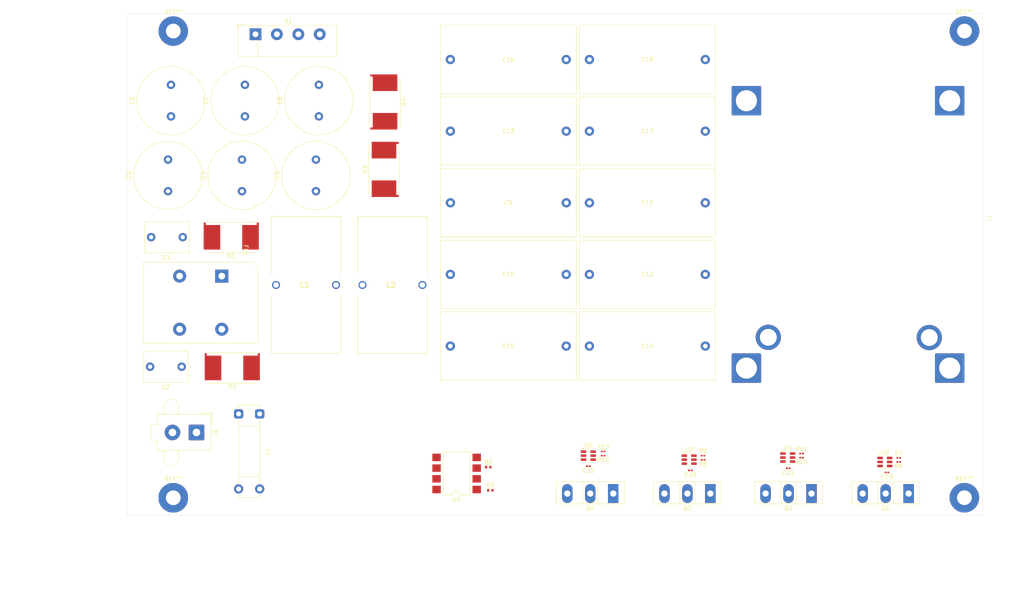
<source format=kicad_pcb>
(kicad_pcb (version 20240108) (generator "pcbnew") (generator_version "8.0")
  (layers (0 "F.Cu" signal) (31 "B.Cu" signal) (34 "B.Paste" user) (35 "F.Paste" user) (36 "B.SilkS" user "B.Silkscreen") (37 "F.SilkS" user "F.Silkscreen") (38 "B.Mask" user) (39 "F.Mask" user) (44 "Edge.Cuts" user))
  (net 0 "")
  (net 1 "Live")
  (net 2 "LINE")
  (net 3 "Neutral")
  (net 4 "NEUTRAL")
  (net 5 "Net-(C2-Pad1)")
  (net 6 "Net-(C2-Pad2)")
  (net 7 "/AnnealerOutput/HVDC")
  (net 8 "/AnnealerOutput/Driver2_Ref")
  (net 9 "/AnnealerOutput/Driver1_Ref")
  (net 10 "GND")
  (net 12 "Net-(R5-Pad2)")
  (net 16 "Net-(R2-Pad2)")
  (net 25 "Net-(U2-VDD)")
  (net 26 "Net-(U3-VDD)")
  (net 27 "Net-(U4-VDD)")
  (net 28 "Net-(U5-VDD)")
  (net 29 "Net-(U2-OUT_SRC)")
  (net 30 "Net-(U2-OUT_SNK)")
  (net 31 "Net-(U3-OUT_SRC)")
  (net 32 "Net-(U3-OUT_SNK)")
  (net 33 "Net-(U4-OUT_SRC)")
  (net 34 "Net-(U4-OUT_SNK)")
  (net 35 "Net-(U5-OUT_SRC)")
  (net 36 "Net-(U5-OUT_SNK)")
  (net 37 "/AnnealerOutput/Driver_1-2")
  (net 38 "/AnnealerOutput/Driver_2-1")
  (net 39 "/AnnealerOutput/Driver_1-1")
  (net 40 "/AnnealerOutput/Driver_2-2")
  (net 41 "/Transformer_Driver/Driver2-2")
  (footprint "Capacitor_SMD:C_0201_0603Metric" (layer "F.Cu") (at 139.5 110.5 180)
    (property "Reference" "C22" (at 0 -1.05 0) (layer "F.SilkS"))
    (property "Value" "C")
    (pad "1" smd roundrect (at -0.32 0 180) (size 0.46 0.4) (layers "F.Cu" "F.Mask") (net 28 "Net-(U5-VDD)"))
    (pad "2" smd roundrect (at 0.32 0 180) (size 0.46 0.4) (layers "F.Cu" "F.Mask") (net 10 "GND"))
  )
  (footprint "Package_TO_SOT_SMD:SOT-23-6" (layer "F.Cu") (at 209.8625 109.5)
    (property "Reference" "U2" (at 0 -2.4 0) (layer "F.SilkS"))
    (property "Value" "1EDN7550B")
    (pad "1" smd roundrect (at -1.1375 -0.95) (size 1.325 0.6) (layers "F.Cu" "F.Paste" "F.Mask"))
    (pad "2" smd roundrect (at -1.1375 0) (size 1.325 0.6) (layers "F.Cu" "F.Paste" "F.Mask") (net 10 "GND"))
    (pad "3" smd roundrect (at -1.1375 0.95) (size 1.325 0.6) (layers "F.Cu" "F.Paste" "F.Mask"))
    (pad "4" smd roundrect (at 1.1375 0.95) (size 1.325 0.6) (layers "F.Cu" "F.Paste" "F.Mask") (net 25 "Net-(U2-VDD)"))
    (pad "5" smd roundrect (at 1.1375 0) (size 1.325 0.6) (layers "F.Cu" "F.Paste" "F.Mask") (net 29 "Net-(U2-OUT_SRC)"))
    (pad "6" smd roundrect (at 1.1375 -0.95) (size 1.325 0.6) (layers "F.Cu" "F.Paste" "F.Mask") (net 30 "Net-(U2-OUT_SNK)"))
  )
  (footprint "Resistor_SMD:R_0201_0603Metric" (layer "F.Cu") (at 166.705 108)
    (property "Reference" "R9" (at 0 -1.05 0) (layer "F.SilkS"))
    (property "Value" "R")
    (pad "1" smd roundrect (at -0.32 0) (size 0.46 0.4) (layers "F.Cu" "F.Mask") (net 32 "Net-(U3-OUT_SNK)"))
    (pad "2" smd roundrect (at 0.32 0) (size 0.46 0.4) (layers "F.Cu" "F.Mask") (net 38 "/AnnealerOutput/Driver_2-1"))
  )
  (footprint "Mouser:2318VRC" (layer "F.Cu") (at 93 67.5)
    (property "Reference" "L2" (at -0.329 0 0) (layer "F.SilkS") (effects (font (size 1.27 1.27) (thickness 0.254))))
    (property "Value" "L_Ferrite" (hide yes))
    (pad "1" thru_hole circle (at -7.112 0) (size 1.9 1.9) (drill 1.267) (layers "*.Cu" "*.Mask") (net 7 "/AnnealerOutput/HVDC"))
    (pad "2" thru_hole circle (at 7.112 0) (size 1.9 1.9) (drill 1.267) (layers "*.Cu" "*.Mask") (net 8 "/AnnealerOutput/Driver2_Ref"))
  )
  (footprint "Resistor_SMD:R_0201_0603Metric" (layer "F.Cu") (at 143 107)
    (property "Reference" "R13" (at 0 -1.05 0) (layer "F.SilkS"))
    (property "Value" "R")
    (pad "1" smd roundrect (at -0.32 0) (size 0.46 0.4) (layers "F.Cu" "F.Mask") (net 36 "Net-(U5-OUT_SNK)"))
    (pad "2" smd roundrect (at 0.32 0) (size 0.46 0.4) (layers "F.Cu" "F.Mask") (net 41 "/Transformer_Driver/Driver2-2"))
  )
  (footprint "Capacitor_THT:C_Rect_L32.0mm_W16.0mm_P27.50mm" (layer "F.Cu") (at 107 31)
    (property "Reference" "C13" (at 13.5 0 0) (layer "F.SilkS"))
    (property "Value" "C")
    (pad "1" thru_hole circle (at -0.25 0) (size 2.2 2.2) (drill 1.1) (layers "*.Cu" "*.Mask") (net 9 "/AnnealerOutput/Driver1_Ref"))
    (pad "2" thru_hole circle (at 27.25 0) (size 2.2 2.2) (drill 1.1) (layers "*.Cu" "*.Mask") (net 8 "/AnnealerOutput/Driver2_Ref"))
  )
  (footprint "Package_TO_SOT_SMD:SOT-23-6" (layer "F.Cu") (at 163.4125 108.95)
    (property "Reference" "U3" (at 0 -2.4 0) (layer "F.SilkS"))
    (property "Value" "1EDN7550B")
    (pad "1" smd roundrect (at -1.1375 -0.95) (size 1.325 0.6) (layers "F.Cu" "F.Paste" "F.Mask"))
    (pad "2" smd roundrect (at -1.1375 0) (size 1.325 0.6) (layers "F.Cu" "F.Paste" "F.Mask") (net 10 "GND"))
    (pad "3" smd roundrect (at -1.1375 0.95) (size 1.325 0.6) (layers "F.Cu" "F.Paste" "F.Mask"))
    (pad "4" smd roundrect (at 1.1375 0.95) (size 1.325 0.6) (layers "F.Cu" "F.Paste" "F.Mask") (net 26 "Net-(U3-VDD)"))
    (pad "5" smd roundrect (at 1.1375 0) (size 1.325 0.6) (layers "F.Cu" "F.Paste" "F.Mask") (net 31 "Net-(U3-OUT_SRC)"))
    (pad "6" smd roundrect (at 1.1375 -0.95) (size 1.325 0.6) (layers "F.Cu" "F.Paste" "F.Mask") (net 32 "Net-(U3-OUT_SNK)"))
  )
  (footprint "" (layer "F.Cu") (at 41 118)
    (property "Reference" "" (at 0 0 0) (layer "F.SilkS") (effects (font (size 1.27 1.27))))
    (property "Value" "")
    (pad "1" connect circle (at 0 0) (size 7 7) (layers "F.Cu" "F.Mask"))
  )
  (footprint "MountingHole:MountingHole_3.5mm_Pad_TopBottom" (layer "F.Cu") (at 41 7.25)
    (property "Reference" "REF**" (at 0 -4.5 0) (layer "F.SilkS"))
    (property "Value" "MountingHole_3.5mm_Pad_TopBottom")
    (pad "1" thru_hole circle (at 0 0) (size 3.9 3.9) (drill 3.5) (layers "*.Cu" "*.Mask"))
    (pad "1" connect circle (at 0 0) (size 7 7) (layers "F.Cu" "F.Mask"))
    (pad "1" connect circle (at 0 0) (size 7 7) (layers "B.Cu" "B.Mask"))
  )
  (footprint "Capacitor_SMD:C_0201_0603Metric" (layer "F.Cu") (at 210.345 112 180)
    (property "Reference" "C19" (at 0 -1.05 0) (layer "F.SilkS"))
    (property "Value" "C")
    (pad "1" smd roundrect (at -0.32 0 180) (size 0.46 0.4) (layers "F.Cu" "F.Mask") (net 25 "Net-(U2-VDD)"))
    (pad "2" smd roundrect (at 0.32 0 180) (size 0.46 0.4) (layers "F.Cu" "F.Mask") (net 10 "GND"))
  )
  (footprint "Package_TO_SOT_THT:TO-247-3_Vertical" (layer "F.Cu") (at 192.45 117 180)
    (property "Reference" "Q3" (at 5.45 -3.45 0) (layer "F.SilkS"))
    (property "Value" "Q_NMOS_DGS")
    (pad "1" thru_hole rect (at 0 0 180) (size 2.5 4.5) (drill 1.5) (layers "*.Cu" "*.Mask") (net 9 "/AnnealerOutput/Driver1_Ref"))
    (pad "2" thru_hole oval (at 5.45 0 180) (size 2.5 4.5) (drill 1.5) (layers "*.Cu" "*.Mask") (net 39 "/AnnealerOutput/Driver_1-1"))
    (pad "3" thru_hole oval (at 10.9 0 180) (size 2.5 4.5) (drill 1.5) (layers "*.Cu" "*.Mask") (net 10 "GND"))
  )
  (footprint "Resistor_SMD:R_Shunt_Vishay_WSR2_WSR3_KelvinConnection" (layer "F.Cu") (at 91.29 40.075 90)
    (property "Reference" "R3" (at 0 -4.7 90) (layer "F.SilkS"))
    (property "Value" "220K")
    (pad "1" smd rect (at -6.29 2.91 90) (size 0.51 0.6) (layers "F.Cu" "F.Paste" "F.Mask") (net 7 "/AnnealerOutput/HVDC"))
    (pad "1" smd rect (at -4.575 -0.29 90) (size 3.94 5.84) (layers "F.Cu" "F.Paste" "F.Mask") (net 7 "/AnnealerOutput/HVDC"))
    (pad "2" smd rect (at 4.575 -0.29 90) (size 3.94 5.84) (layers "F.Cu" "F.Paste" "F.Mask") (net 10 "GND"))
    (pad "2" smd rect (at 6.29 2.91 90) (size 0.51 0.6) (layers "F.Cu" "F.Paste" "F.Mask") (net 10 "GND"))
  )
  (footprint "Capacitor_THT:C_Rect_L32.0mm_W16.0mm_P27.50mm" (layer "F.Cu") (at 107 14)
    (property "Reference" "C16" (at 13.5 0 0) (layer "F.SilkS"))
    (property "Value" "C")
    (pad "1" thru_hole circle (at -0.25 0) (size 2.2 2.2) (drill 1.1) (layers "*.Cu" "*.Mask") (net 9 "/AnnealerOutput/Driver1_Ref"))
    (pad "2" thru_hole circle (at 27.25 0) (size 2.2 2.2) (drill 1.1) (layers "*.Cu" "*.Mask") (net 8 "/AnnealerOutput/Driver2_Ref"))
  )
  (footprint "Capacitor_THT:C_Rect_L32.0mm_W16.0mm_P27.50mm" (layer "F.Cu") (at 107.01 48)
    (property "Reference" "C9" (at 13.5 0 0) (layer "F.SilkS"))
    (property "Value" "C")
    (pad "1" thru_hole circle (at -0.25 0) (size 2.2 2.2) (drill 1.1) (layers "*.Cu" "*.Mask") (net 9 "/AnnealerOutput/Driver1_Ref"))
    (pad "2" thru_hole circle (at 27.25 0) (size 2.2 2.2) (drill 1.1) (layers "*.Cu" "*.Mask") (net 8 "/AnnealerOutput/Driver2_Ref"))
  )
  (footprint "" (layer "F.Cu") (at 228.727 117.983)
    (property "Reference" "" (at 0 0 0) (layer "F.SilkS") (effects (font (size 1.27 1.27))))
    (property "Value" "")
    (pad "1" connect circle (at 0 0) (size 7 7) (layers "F.Cu" "F.Mask"))
  )
  (footprint "" (layer "F.Cu") (at 41 118)
    (property "Reference" "" (at 0 0 0) (layer "F.SilkS") (effects (font (size 1.27 1.27))))
    (property "Value" "")
    (pad "1" connect circle (at 0 0) (size 7 7) (layers "F.Cu" "F.Mask"))
  )
  (footprint "Resistor_SMD:R_0201_0603Metric" (layer "F.Cu") (at 166.705 109)
    (property "Reference" "R8" (at 0 1 0) (layer "F.SilkS"))
    (property "Value" "R")
    (pad "1" smd roundrect (at -0.32 0) (size 0.46 0.4) (layers "F.Cu" "F.Mask") (net 31 "Net-(U3-OUT_SRC)"))
    (pad "2" smd roundrect (at 0.32 0) (size 0.46 0.4) (layers "F.Cu" "F.Mask") (net 38 "/AnnealerOutput/Driver_2-1"))
  )
  (footprint "Package_TO_SOT_THT:TO-247-3_Vertical" (layer "F.Cu") (at 215.5 117 180)
    (property "Reference" "Q1" (at 5.45 -3.45 0) (layer "F.SilkS"))
    (property "Value" "Q_NMOS_DGS")
    (pad "1" thru_hole rect (at 0 0 180) (size 2.5 4.5) (drill 1.5) (layers "*.Cu" "*.Mask") (net 9 "/AnnealerOutput/Driver1_Ref"))
    (pad "2" thru_hole oval (at 5.45 0 180) (size 2.5 4.5) (drill 1.5) (layers "*.Cu" "*.Mask") (net 37 "/AnnealerOutput/Driver_1-2"))
    (pad "3" thru_hole oval (at 10.9 0 180) (size 2.5 4.5) (drill 1.5) (layers "*.Cu" "*.Mask") (net 10 "GND"))
  )
  (footprint "Diode_THT:Diode_Bridge_Vishay_KBU" (layer "F.Cu") (at 60.51 8)
    (property "Reference" "D1" (at 7.8 -3.1 0) (layer "F.SilkS"))
    (property "Value" "KBU6G")
    (pad "1" thru_hole rect (at 0 0) (size 2.8 2.8) (drill 1.4) (layers "*.Cu" "*.Mask") (net 7 "/AnnealerOutput/HVDC"))
    (pad "2" thru_hole circle (at 5.08 0) (size 2.8 2.8) (drill 1.4) (layers "*.Cu" "*.Mask") (net 6 "Net-(C2-Pad2)"))
    (pad "3" thru_hole circle (at 10.16 0) (size 2.8 2.8) (drill 1.4) (layers "*.Cu" "*.Mask") (net 5 "Net-(C2-Pad1)"))
    (pad "4" thru_hole circle (at 15.24 0) (size 2.8 2.8) (drill 1.4) (layers "*.Cu" "*.Mask") (net 10 "GND"))
  )
  (footprint "Capacitor_THT:C_Radial_D16.0mm_H25.0mm_P7.50mm" (layer "F.Cu") (at 39.75 45.25 90)
    (property "Reference" "C3" (at 3.75 -9.25 90) (layer "F.SilkS"))
    (property "Value" "C_Polarized")
    (pad "1" thru_hole circle (at 0 0 90) (size 2 2) (drill 1) (layers "*.Cu" "*.Mask") (net 7 "/AnnealerOutput/HVDC"))
    (pad "2" thru_hole circle (at 7.5 0 90) (size 2 2) (drill 1) (layers "*.Cu" "*.Mask") (net 10 "GND"))
  )
  (footprint "Capacitor_THT:C_Radial_D16.0mm_H25.0mm_P7.50mm" (layer "F.Cu") (at 74.85 45.25 90)
    (property "Reference" "C5" (at 3.75 -9.25 90) (layer "F.SilkS"))
    (property "Value" "C_Polarized")
    (pad "1" thru_hole circle (at 0 0 90) (size 2 2) (drill 1) (layers "*.Cu" "*.Mask") (net 7 "/AnnealerOutput/HVDC"))
    (pad "2" thru_hole circle (at 7.5 0 90) (size 2 2) (drill 1) (layers "*.Cu" "*.Mask") (net 10 "GND"))
  )
  (footprint "Capacitor_SMD:C_0201_0603Metric" (layer "F.Cu") (at 163.705 111.5 180)
    (property "Reference" "C20" (at 0 -1.05 0) (layer "F.SilkS"))
    (property "Value" "C")
    (pad "1" smd roundrect (at -0.32 0 180) (size 0.46 0.4) (layers "F.Cu" "F.Mask") (net 26 "Net-(U3-VDD)"))
    (pad "2" smd roundrect (at 0.32 0 180) (size 0.46 0.4) (layers "F.Cu" "F.Mask") (net 10 "GND"))
  )
  (footprint "Resistor_SMD:R_Shunt_Vishay_WSR2_WSR3_KelvinConnection" (layer "F.Cu") (at 55 86.9 180)
    (property "Reference" "R2" (at 0 -4.7 0) (layer "F.SilkS"))
    (property "Value" "R")
    (pad "1" smd rect (at -6.29 2.91 180) (size 0.51 0.6) (layers "F.Cu" "F.Paste" "F.Mask") (net 5 "Net-(C2-Pad1)"))
    (pad "1" smd rect (at -4.575 -0.29 180) (size 3.94 5.84) (layers "F.Cu" "F.Paste" "F.Mask") (net 5 "Net-(C2-Pad1)"))
    (pad "2" smd rect (at 4.575 -0.29 180) (size 3.94 5.84) (layers "F.Cu" "F.Paste" "F.Mask") (net 6 "Net-(C2-Pad2)"))
    (pad "2" smd rect (at 6.29 2.91 180) (size 0.51 0.6) (layers "F.Cu" "F.Paste" "F.Mask") (net 6 "Net-(C2-Pad2)"))
  )
  (footprint "Fuse:Fuseholder_Clip-5x20mm_Bel_FC-203-22_Lateral_P17.80x5.00mm_D1.17mm_Horizontal" (layer "F.Cu") (at 61.5 98.1 -90)
    (property "Reference" "F1" (at 8.9 -2 90) (layer "F.SilkS"))
    (property "Value" "Fuse")
    (pad "1" thru_hole roundrect (at 0 0 270) (size 2.2 2.2) (drill 1.17) (layers "*.Cu" "*.Mask") (net 2 "LINE"))
    (pad "1" thru_hole roundrect (at 0 5 270) (size 2.2 2.2) (drill 1.17) (layers "*.Cu" "*.Mask") (net 2 "LINE"))
    (pad "2" thru_hole circle (at 17.8 0 270) (size 2.2 2.2) (drill 1.17) (layers "*.Cu" "*.Mask") (net 1 "Live"))
    (pad "2" thru_hole circle (at 17.8 5 270) (size 2.2 2.2) (drill 1.17) (layers "*.Cu" "*.Mask") (net 1 "Live"))
  )
  (footprint "" (layer "F.Cu") (at 228.727 117.983)
    (property "Reference" "" (at 0 0 0) (layer "F.SilkS") (effects (font (size 1.27 1.27))))
    (property "Value" "")
    (pad "1" connect circle (at 0 0) (size 7 7) (layers "B.Cu" "B.Mask"))
  )
  (footprint "" (layer "F.Cu") (at 41 118)
    (property "Reference" "" (at 0 0 0) (layer "F.SilkS") (effects (font (size 1.27 1.27))))
    (property "Value" "")
    (pad "1" connect circle (at 0 0) (size 7 7) (layers "B.Cu" "B.Mask"))
  )
  (footprint "" (layer "F.Cu") (at 41 118)
    (property "Reference" "" (at 0 0 0) (layer "F.SilkS") (effects (font (size 1.27 1.27))))
    (property "Value" "")
    (pad "1" connect circle (at 0 0) (size 7 7) (layers "B.Cu" "B.Mask"))
  )
  (footprint "Capacitor_THT:C_Radial_D16.0mm_H25.0mm_P7.50mm" (layer "F.Cu") (at 58 27.5 90)
    (property "Reference" "C7" (at 3.75 -9.25 90) (layer "F.SilkS"))
    (property "Value" "C_Polarized")
    (pad "1" thru_hole circle (at 0 0 90) (size 2 2) (drill 1) (layers "*.Cu" "*.Mask") (net 7 "/AnnealerOutput/HVDC"))
    (pad "2" thru_hole circle (at 7.5 0 90) (size 2 2) (drill 1) (layers "*.Cu" "*.Mask") (net 10 "GND"))
  )
  (footprint "Capacitor_THT:C_Rect_L32.0mm_W16.0mm_P27.50mm" (layer "F.Cu") (at 167 31 180)
    (property "Reference" "C17" (at 13.5 0 0) (layer "F.SilkS"))
    (property "Value" "C")
    (pad "1" thru_hole circle (at -0.25 0 180) (size 2.2 2.2) (drill 1.1) (layers "*.Cu" "*.Mask") (net 9 "/AnnealerOutput/Driver1_Ref"))
    (pad "2" thru_hole circle (at 27.25 0 180) (size 2.2 2.2) (drill 1.1) (layers "*.Cu" "*.Mask") (net 8 "/AnnealerOutput/Driver2_Ref"))
  )
  (footprint "Package_TO_SOT_THT:TO-247-3_Vertical" (layer "F.Cu") (at 168.45 117 180)
    (property "Reference" "Q2" (at 5.45 -3.45 0) (layer "F.SilkS"))
    (property "Value" "Q_NMOS_DGS")
    (pad "1" thru_hole rect (at 0 0 180) (size 2.5 4.5) (drill 1.5) (layers "*.Cu" "*.Mask") (net 8 "/AnnealerOutput/Driver2_Ref"))
    (pad "2" thru_hole oval (at 5.45 0 180) (size 2.5 4.5) (drill 1.5) (layers "*.Cu" "*.Mask") (net 38 "/AnnealerOutput/Driver_2-1"))
    (pad "3" thru_hole oval (at 10.9 0 180) (size 2.5 4.5) (drill 1.5) (layers "*.Cu" "*.Mask") (net 10 "GND"))
  )
  (footprint "Connector_Molex:Molex_Mega-Fit_76829-0002_2x01_P5.70mm_Vertical" (layer "F.Cu") (at 46.5 102.5 -90)
    (property "Reference" "J1" (at 0 -4.51 90) (layer "F.SilkS"))
    (property "Value" "AC-IN")
    (pad "" np_thru_hole circle (at -6.17 6.025 270) (size 3 3) (drill 3) (layers "*.Cu" "*.Mask"))
    (pad "" np_thru_hole circle (at 6.17 6.025 270) (size 3 3) (drill 3) (layers "*.Cu" "*.Mask"))
    (pad "1" thru_hole roundrect (at 0 0 270) (size 3.7 3.7) (drill 1.8) (layers "*.Cu" "*.Mask") (roundrect_rratio 0.067568) (net 2 "LINE"))
    (pad "2" thru_hole circle (at 0 5.7 270) (size 3.7 3.7) (drill 1.8) (layers "*.Cu" "*.Mask") (net 3 "Neutral"))
  )
  (footprint "" (layer "F.Cu") (at 41 118)
    (property "Reference" "" (at 0 0 0) (layer "F.SilkS") (effects (font (size 1.27 1.27))))
    (property "Value" "")
    (pad "1" connect circle (at 0 0) (size 7 7) (layers "B.Cu" "B.Mask"))
  )
  (footprint "" (layer "F.Cu") (at 228.75 7.25)
    (property "Reference" "" (at 0 0 0) (layer "F.SilkS") (effects (font (size 1.27 1.27))))
    (property "Value" "")
    (pad "1" connect circle (at 0 0) (size 7 7) (layers "B.Cu" "B.Mask"))
  )
  (footprint "Capacitor_THT:C_Radial_D16.0mm_H25.0mm_P7.50mm" (layer "F.Cu") (at 40.45 27.5 90)
    (property "Reference" "C6" (at 3.75 -9.25 90) (layer "F.SilkS"))
    (property "Value" "C_Polarized")
    (pad "1" thru_hole circle (at 0 0 90) (size 2 2) (drill 1) (layers "*.Cu" "*.Mask") (net 7 "/AnnealerOutput/HVDC"))
    (pad "2" thru_hole circle (at 7.5 0 90) (size 2 2) (drill 1) (layers "*.Cu" "*.Mask") (net 10 "GND"))
  )
  (footprint "" (layer "F.Cu") (at 228.75 7.25)
    (property "Reference" "" (at 0 0 0) (layer "F.SilkS") (effects (font (size 1.27 1.27))))
    (property "Value" "")
    (pad "1" connect circle (at 0 0) (size 7 7) (layers "F.Cu" "F.Mask"))
  )
  (footprint "Package_DIP:SMDIP-8_W9.53mm" (layer "F.Cu") (at 108.235 112.23 180)
    (property "Reference" "U1" (at 0 -6.14 0) (layer "F.SilkS"))
    (property "Value" "LTV-827S")
    (pad "1" smd rect (at -4.765 -3.81 180) (size 2 1.78) (layers "F.Cu" "F.Paste" "F.Mask") (net 16 "Net-(R2-Pad2)"))
    (pad "2" smd rect (at -4.765 -1.27 180) (size 2 1.78) (layers "F.Cu" "F.Paste" "F.Mask") (net 10 "GND"))
    (pad "3" smd rect (at -4.765 1.27 180) (size 2 1.78) (layers "F.Cu" "F.Paste" "F.Mask") (net 12 "Net-(R5-Pad2)"))
    (pad "4" smd rect (at -4.765 3.81 180) (size 2 1.78) (layers "F.Cu" "F.Paste" "F.Mask") (net 10 "GND"))
    (pad "5" smd rect (at 4.765 3.81 180) (size 2 1.78) (layers "F.Cu" "F.Paste" "F.Mask"))
    (pad "6" smd rect (at 4.765 1.27 180) (size 2 1.78) (layers "F.Cu" "F.Paste" "F.Mask"))
    (pad "7" smd rect (at 4.765 -1.27 180) (size 2 1.78) (layers "F.Cu" "F.Paste" "F.Mask"))
    (pad "8" smd rect (at 4.765 -3.81 180) (size 2 1.78) (layers "F.Cu" "F.Paste" "F.Mask"))
  )
  (footprint "Capacitor_THT:C_Radial_D16.0mm_H25.0mm_P7.50mm" (layer "F.Cu") (at 57.3 45.25 90)
    (property "Reference" "C4" (at 3.75 -9.25 90) (layer "F.SilkS"))
    (property "Value" "C_Polarized")
    (pad "1" thru_hole circle (at 0 0 90) (size 2 2) (drill 1) (layers "*.Cu" "*.Mask") (net 7 "/AnnealerOutput/HVDC"))
    (pad "2" thru_hole circle (at 7.5 0 90) (size 2 2) (drill 1) (layers "*.Cu" "*.Mask") (net 10 "GND"))
  )
  (footprint "Resistor_SMD:R_0402_1005Metric" (layer "F.Cu") (at 116.235 116.23)
    (property "Reference" "R2" (at 0 -1.17 0) (layer "F.SilkS"))
    (property "Value" "R")
    (pad "1" smd roundrect (at -0.51 0) (size 0.54 0.64) (layers "F.Cu" "F.Paste" "F.Mask") (net 9 "/AnnealerOutput/Driver1_Ref"))
    (pad "2" smd roundrect (at 0.51 0) (size 0.54 0.64) (layers "F.Cu" "F.Paste" "F.Mask") (net 16 "Net-(R2-Pad2)"))
  )
  (footprint "Capacitor_THT:C_Rect_L10.3mm_W7.2mm_P7.50mm_MKS4" (layer "F.Cu") (at 43.245 56.15 180)
    (property "Reference" "C1" (at 3.75 -4.85 0) (layer "F.SilkS"))
    (property "Value" "C")
    (pad "1" thru_hole circle (at 0 0 180) (size 2 2) (drill 1) (layers "*.Cu" "*.Mask") (net 2 "LINE"))
    (pad "2" thru_hole circle (at 7.5 0 180) (size 2 2) (drill 1) (layers "*.Cu" "*.Mask") (net 4 "NEUTRAL"))
  )
  (footprint "Capacitor_THT:C_Radial_D16.0mm_H25.0mm_P7.50mm" (layer "F.Cu") (at 75.55 27.5 90)
    (property "Reference" "C8" (at 3.75 -9.25 90) (layer "F.SilkS"))
    (property "Value" "C_Polarized")
    (pad "1" thru_hole circle (at 0 0 90) (size 2 2) (drill 1) (layers "*.Cu" "*.Mask") (net 7 "/AnnealerOutput/HVDC"))
    (pad "2" thru_hole circle (at 7.5 0 90) (size 2 2) (drill 1) (layers "*.Cu" "*.Mask") (net 10 "GND"))
  )
  (footprint "Mouser:2318VRC" (layer "F.Cu") (at 72.5 67.5)
    (property "Reference" "L1" (at -0.329 0 0) (layer "F.SilkS") (effects (font (size 1.27 1.27) (thickness 0.254))))
    (property "Value" "L_Ferrite" (hide yes))
    (pad "1" thru_hole circle (at -7.112 0) (size 1.9 1.9) (drill 1.267) (layers "*.Cu" "*.Mask") (net 9 "/AnnealerOutput/Driver1_Ref"))
    (pad "2" thru_hole circle (at 7.112 0) (size 1.9 1.9) (drill 1.267) (layers "*.Cu" "*.Mask") (net 7 "/AnnealerOutput/HVDC"))
  )
  (footprint "Resistor_SMD:R_0201_0603Metric" (layer "F.Cu") (at 143 108)
    (property "Reference" "R12" (at 0 1 0) (layer "F.SilkS"))
    (property "Value" "R")
    (pad "1" smd roundrect (at -0.32 0) (size 0.46 0.4) (layers "F.Cu" "F.Mask") (net 35 "Net-(U5-OUT_SRC)"))
    (pad "2" smd roundrect (at 0.32 0) (size 0.46 0.4) (layers "F.Cu" "F.Mask") (net 41 "/Transformer_Driver/Driver2-2"))
  )
  (footprint "Capacitor_THT:C_Rect_L32.0mm_W16.0mm_P27.50mm" (layer "F.Cu") (at 167 14 180)
    (property "Reference" "C18" (at 13.5 0 0) (layer "F.SilkS"))
    (property "Value" "C")
    (pad "1" thru_hole circle (at -0.25 0 180) (size 2.2 2.2) (drill 1.1) (layers "*.Cu" "*.Mask") (net 9 "/AnnealerOutput/Driver1_Ref"))
    (pad "2" thru_hole circle (at 27.25 0 180) (size 2.2 2.2) (drill 1.1) (layers "*.Cu" "*.Mask") (net 8 "/AnnealerOutput/Driver2_Ref"))
  )
  (footprint "Resistor_SMD:R_0201_0603Metric" (layer "F.Cu") (at 213.155 108.5)
    (property "Reference" "R7" (at 0 -1.05 0) (layer "F.SilkS"))
    (property "Value" "R")
    (pad "1" smd roundrect (at -0.32 0) (size 0.46 0.4) (layers "F.Cu" "F.Mask") (net 30 "Net-(U2-OUT_SNK)"))
    (pad "2" smd roundrect (at 0.32 0) (size 0.46 0.4) (layers "F.Cu" "F.Mask") (net 37 "/AnnealerOutput/Driver_1-2"))
  )
  (footprint "Resistor_SMD:R_0201_0603Metric" (layer "F.Cu") (at 190.105 108.5)
    (property "Reference" "R10" (at 0 1 0) (layer "F.SilkS"))
    (property "Value" "R")
    (pad "1" smd roundrect (at -0.32 0) (size 0.46 0.4) (layers "F.Cu" "F.Mask") (net 33 "Net-(U4-OUT_SRC)"))
    (pad "2" smd roundrect (at 0.32 0) (size 0.46 0.4) (layers "F.Cu" "F.Mask") (net 39 "/AnnealerOutput/Driver_1-1"))
  )
  (footprint "Package_TO_SOT_SMD:SOT-23-6" (layer "F.Cu") (at 139.5 108)
    (property "Reference" "U5" (at 0 -2.4 0) (layer "F.SilkS"))
    (property "Value" "1EDN7550B")
    (pad "1" smd roundrect (at -1.1375 -0.95) (size 1.325 0.6) (layers "F.Cu" "F.Paste" "F.Mask"))
    (pad "2" smd roundrect (at -1.1375 0) (size 1.325 0.6) (layers "F.Cu" "F.Paste" "F.Mask") (net 10 "GND"))
    (pad "3" smd roundrect (at -1.1375 0.95) (size 1.325 0.6) (layers "F.Cu" "F.Paste" "F.Mask"))
    (pad "4" smd roundrect (at 1.1375 0.95) (size 1.325 0.6) (layers "F.Cu" "F.Paste" "F.Mask") (net 28 "Net-(U5-VDD)"))
    (pad "5" smd roundrect (at 1.1375 0) (size 1.325 0.6) (layers "F.Cu" "F.Paste" "F.Mask") (net 35 "Net-(U5-OUT_SRC)"))
    (pad "6" smd roundrect (at 1.1375 -0.95) (size 1.325 0.6) (layers "F.Cu" "F.Paste" "F.Mask") (net 36 "Net-(U5-OUT_SNK)"))
  )
  (footprint "Inductor_THT:L_CommonMode_PulseElectronics_PH9455xxx6NL_2" (layer "F.Cu") (at 52.5 65.4 -90)
    (property "Reference" "FL1" (at -6.15 -5.7 -90) (layer "F.SilkS"))
    (property "Value" "Choke_CommonMode_PulseElectronics_PH9455x356NL")
    (pad "1" thru_hole rect (at 0 0 270) (size 3.1 3.1) (drill 1.6) (layers "*.Cu" "*.Mask") (net 2 "LINE"))
    (pad "2" thru_hole circle (at 0 10 270) (size 3.1 3.1) (drill 1.6) (layers "*.Cu" "*.Mask") (net 4 "NEUTRAL"))
    (pad "3" thru_hole circle (at 12.6 10 270) (size 3.1 3.1) (drill 1.6) (layers "*.Cu" "*.Mask") (net 6 "Net-(C2-Pad2)"))
    (pad "4" thru_hole circle (at 12.6 0 270) (size 3.1 3.1) (drill 1.6) (layers "*.Cu" "*.Mask") (net 5 "Net-(C2-Pad1)"))
  )
  (footprint "Package_TO_SOT_SMD:SOT-23-6" (layer "F.Cu") (at 186.8125 108.45)
    (property "Reference" "U4" (at 0 -2.4 0) (layer "F.SilkS"))
    (property "Value" "1EDN7550B")
    (pad "1" smd roundrect (at -1.1375 -0.95) (size 1.325 0.6) (layers "F.Cu" "F.Paste" "F.Mask"))
    (pad "2" smd roundrect (at -1.1375 0) (size 1.325 0.6) (layers "F.Cu" "F.Paste" "F.Mask") (net 10 "GND"))
    (pad "3" smd roundrect (at -1.1375 0.95) (size 1.325 0.6) (layers "F.Cu" "F.Paste" "F.Mask"))
    (pad "4" smd roundrect (at 1.1375 0.95) (size 1.325 0.6) (layers "F.Cu" "F.Paste" "F.Mask") (net 27 "Net-(U4-VDD)"))
    (pad "5" smd roundrect (at 1.1375 0) (size 1.325 0.6) (layers "F.Cu" "F.Paste" "F.Mask") (net 33 "Net-(U4-OUT_SRC)"))
    (pad "6" smd roundrect (at 1.1375 -0.95) (size 1.325 0.6) (layers "F.Cu" "F.Paste" "F.Mask") (net 34 "Net-(U4-OUT_SNK)"))
  )
  (footprint "AA_Components:WorkTransformer" (layer "F.Cu") (at 235.25 51.625 -90)
    (property "Reference" "T1" (at 0.181837 0.666823 -90) (layer "F.SilkS") (effects (font (thickness 0.1))))
    (property "Value" "~")
    (pad "1" thru_hole circle (at 28.35 14.85 270) (size 6 6) (drill 4) (layers "*.Cu" "*.Mask") (net 9 "/AnnealerOutput/Driver1_Ref"))
    (pad "2" thru_hole circle (at 28.3 53.05 270) (size 6 6) (drill 4) (layers "*.Cu" "*.Mask") (net 8 "/AnnealerOutput/Driver2_Ref"))
    (pad "3" thru_hole roundrect (at -27.85 10 270) (size 7 7) (drill 5) (layers "*.Cu" "*.Mask") (roundrect_rratio 0.04166666667) (net 10 "GND"))
    (pad "3" thru_hole roundrect (at -27.85 58.25 270) (size 7 7) (drill 5) (layers "*.Cu" "*.Mask") (roundrect_rratio 0.04166666667) (net 10 "GND"))
    (pad "3" thru_hole roundrect (at 35.6 10 270) (size 7 7) (drill 5) (layers "*.Cu" "*.Mask") (roundrect_rratio 0.04166666667) (net 10 "GND"))
    (pad "3" thru_hole roundrect (at 35.6 58.25 270) (size 7 7) (drill 5) (layers "*.Cu" "*.Mask") (roundrect_rratio 0.04166666667) (net 10 "GND"))
  )
  (footprint "Resistor_SMD:R_0402_1005Metric" (layer "F.Cu") (at 115.735 110.73)
    (property "Reference" "R5" (at 0 -1.17 0) (layer "F.SilkS"))
    (property "Value" "R")
    (pad "1" smd roundrect (at -0.51 0) (size 0.54 0.64) (layers "F.Cu" "F.Paste" "F.Mask") (net 8 "/AnnealerOutput/Driver2_Ref"))
    (pad "2" smd roundrect (at 0.51 0) (size 0.54 0.64) (layers "F.Cu" "F.Paste" "F.Mask") (net 12 "Net-(R5-Pad2)"))
  )
  (footprint "Resistor_SMD:R_0201_0603Metric" (layer "F.Cu") (at 213.155 109.5)
    (property "Reference" "R6" (at 0 1 0) (layer "F.SilkS"))
    (property "Value" "R")
    (pad "1" smd roundrect (at -0.32 0) (size 0.46 0.4) (layers "F.Cu" "F.Mask") (net 29 "Net-(U2-OUT_SRC)"))
    (pad "2" smd roundrect (at 0.32 0) (size 0.46 0.4) (layers "F.Cu" "F.Mask") (net 37 "/AnnealerOutput/Driver_1-2"))
  )
  (footprint "" (layer "F.Cu") (at 41 118)
    (property "Reference" "" (at 0 0 0) (layer "F.SilkS") (effects (font (size 1.27 1.27))))
    (property "Value" "")
    (pad "1" connect circle (at 0 0) (size 7 7) (layers "F.Cu" "F.Mask"))
  )
  (footprint "Capacitor_THT:C_Rect_L32.0mm_W16.0mm_P27.50mm" (layer "F.Cu") (at 167 65 180)
    (property "Reference" "C12" (at 13.5 0 0) (layer "F.SilkS"))
    (property "Value" "C")
    (pad "1" thru_hole circle (at -0.25 0 180) (size 2.2 2.2) (drill 1.1) (layers "*.Cu" "*.Mask") (net 9 "/AnnealerOutput/Driver1_Ref"))
    (pad "2" thru_hole circle (at 27.25 0 180) (size 2.2 2.2) (drill 1.1) (layers "*.Cu" "*.Mask") (net 8 "/AnnealerOutput/Driver2_Ref"))
  )
  (footprint "Capacitor_THT:C_Rect_L32.0mm_W16.0mm_P27.50mm" (layer "F.Cu") (at 107 82)
    (property "Reference" "C15" (at 13.5 0 0) (layer "F.SilkS"))
    (property "Value" "C")
    (pad "1" thru_hole circle (at -0.25 0) (size 2.2 2.2) (drill 1.1) (layers "*.Cu" "*.Mask") (net 9 "/AnnealerOutput/Driver1_Ref"))
    (pad "2" thru_hole circle (at 27.25 0) (size 2.2 2.2) (drill 1.1) (layers "*.Cu" "*.Mask") (net 8 "/AnnealerOutput/Driver2_Ref"))
  )
  (footprint "Resistor_SMD:R_Shunt_Vishay_WSR2_WSR3_KelvinConnection" (layer "F.Cu") (at 54.75 55.9 180)
    (property "Reference" "R1" (at 0 -4.7 0) (layer "F.SilkS"))
    (property "Value" "300k")
    (pad "1" smd rect (at -6.29 2.91 180) (size 0.51 0.6) (layers "F.Cu" "F.Paste" "F.Mask") (net 2 "LINE"))
    (pad "1" smd rect (at -4.575 -0.29 180) (size 3.94 5.84) (layers "F.Cu" "F.Paste" "F.Mask") (net 2 "LINE"))
    (pad "2" smd rect (at 4.575 -0.29 180) (size 3.94 5.84) (layers "F.Cu" "F.Paste" "F.Mask") (net 4 "NEUTRAL"))
    (pad "2" smd rect (at 6.29 2.91 180) (size 0.51 0.6) (layers "F.Cu" "F.Paste" "F.Mask") (net 4 "NEUTRAL"))
  )
  (footprint "MountingHole:MountingHole_3.5mm_Pad_TopBottom" (layer "F.Cu") (at 41 118)
    (property "Reference" "REF**" (at 0 -4.5 0) (layer "F.SilkS"))
    (property "Value" "MountingHole_3.5mm_Pad_TopBottom")
    (pad "1" thru_hole circle (at 0 0) (size 3.9 3.9) (drill 3.5) (layers "*.Cu" "*.Mask"))
    (pad "1" connect circle (at 0 0) (size 7 7) (layers "F.Cu" "F.Mask"))
    (pad "1" connect circle (at 0 0) (size 7 7) (layers "B.Cu" "B.Mask"))
  )
  (footprint "Capacitor_THT:C_Rect_L10.3mm_W7.2mm_P7.50mm_MKS4" (layer "F.Cu") (at 42.995 86.9 180)
    (property "Reference" "C2" (at 3.75 -4.85 0) (layer "F.SilkS"))
    (property "Value" "C")
    (pad "1" thru_hole circle (at 0 0 180) (size 2 2) (drill 1) (layers "*.Cu" "*.Mask") (net 5 "Net-(C2-Pad1)"))
    (pad "2" thru_hole circle (at 7.5 0 180) (size 2 2) (drill 1) (layers "*.Cu" "*.Mask") (net 6 "Net-(C2-Pad2)"))
  )
  (footprint "Resistor_SMD:R_Shunt_Vishay_WSR2_WSR3_KelvinConnection" (layer "F.Cu") (at 90.96 24.075 -90)
    (property "Reference" "R4" (at 0 -4.7 90) (layer "F.SilkS"))
    (property "Value" "R")
    (pad "1" smd rect (at -6.29 2.91 270) (size 0.51 0.6) (layers "F.Cu" "F.Paste" "F.Mask") (net 7 "/AnnealerOutput/HVDC"))
    (pad "1" smd rect (at -4.575 -0.29 270) (size 3.94 5.84) (layers "F.Cu" "F.Paste" "F.Mask") (net 7 "/AnnealerOutput/HVDC"))
    (pad "2" smd rect (at 4.575 -0.29 270) (size 3.94 5.84) (layers "F.Cu" "F.Paste" "F.Mask") (net 10 "GND"))
    (pad "2" smd rect (at 6.29 2.91 270) (size 0.51 0.6) (layers "F.Cu" "F.Paste" "F.Mask") (net 10 "GND"))
  )
  (footprint "MountingHole:MountingHole_3.5mm_Pad_TopBottom" (layer "F.Cu") (at 228.75 7.25)
    (property "Reference" "REF**" (at 0 -4.5 0) (layer "F.SilkS"))
    (property "Value" "MountingHole_3.5mm_Pad_TopBottom")
    (pad "1" thru_hole circle (at 0 0) (size 3.9 3.9) (drill 3.5) (layers "*.Cu" "*.Mask"))
    (pad "1" connect circle (at 0 0) (size 7 7) (layers "F.Cu" "F.Mask"))
    (pad "1" connect circle (at 0 0) (size 7 7) (layers "B.Cu" "B.Mask"))
  )
  (footprint "Capacitor_SMD:C_0201_0603Metric" (layer "F.Cu") (at 186.95 111 180)
    (property "Reference" "C21" (at 0 -1.05 0) (layer "F.SilkS"))
    (property "Value" "C")
    (pad "1" smd roundrect (at -0.32 0 180) (size 0.46 0.4) (layers "F.Cu" "F.Mask") (net 27 "Net-(U4-VDD)"))
    (pad "2" smd roundrect (at 0.32 0 180) (size 0.46 0.4) (layers "F.Cu" "F.Mask") (net 10 "GND"))
  )
  (footprint "Capacitor_THT:C_Rect_L32.0mm_W16.0mm_P27.50mm" (layer "F.Cu") (at 167 82 180)
    (property "Reference" "C14" (at 13.5 0 0) (layer "F.SilkS"))
    (property "Value" "C")
    (pad "1" thru_hole circle (at -0.25 0 180) (size 2.2 2.2) (drill 1.1) (layers "*.Cu" "*.Mask") (net 9 "/AnnealerOutput/Driver1_Ref"))
    (pad "2" thru_hole circle (at 27.25 0 180) (size 2.2 2.2) (drill 1.1) (layers "*.Cu" "*.Mask") (net 8 "/AnnealerOutput/Driver2_Ref"))
  )
  (footprint "Capacitor_THT:C_Rect_L32.0mm_W16.0mm_P27.50mm" (layer "F.Cu") (at 107 65)
    (property "Reference" "C10" (at 13.5 0 0) (layer "F.SilkS"))
    (property "Value" "C")
    (pad "1" thru_hole circle (at -0.25 0) (size 2.2 2.2) (drill 1.1) (layers "*.Cu" "*.Mask") (net 9 "/AnnealerOutput/Driver1_Ref"))
    (pad "2" thru_hole circle (at 27.25 0) (size 2.2 2.2) (drill 1.1) (layers "*.Cu" "*.Mask") (net 8 "/AnnealerOutput/Driver2_Ref"))
  )
  (footprint "Package_TO_SOT_THT:TO-247-3_Vertical" (layer "F.Cu") (at 145.4 117 180)
    (property "Reference" "Q4" (at 5.45 -3.45 0) (layer "F.SilkS"))
    (property "Value" "Q_NMOS_DGS")
    (pad "1" thru_hole rect (at 0 0 180) (size 2.5 4.5) (drill 1.5) (layers "*.Cu" "*.Mask") (net 8 "/AnnealerOutput/Driver2_Ref"))
    (pad "2" thru_hole oval (at 5.45 0 180) (size 2.5 4.5) (drill 1.5) (layers "*.Cu" "*.Mask") (net 40 "/AnnealerOutput/Driver_2-2"))
    (pad "3" thru_hole oval (at 10.9 0 180) (size 2.5 4.5) (drill 1.5) (layers "*.Cu" "*.Mask") (net 10 "GND"))
  )
  (footprint "MountingHole:MountingHole_3.5mm_Pad_TopBottom" (layer "F.Cu") (at 228.727 117.983)
    (property "Reference" "REF**" (at 0 -4.5 0) (layer "F.SilkS"))
    (property "Value" "MountingHole_3.5mm_Pad_TopBottom")
    (pad "1" thru_hole circle (at 0 0) (size 3.9 3.9) (drill 3.5) (layers "*.Cu" "*.Mask"))
    (pad "1" connect circle (at 0 0) (size 7 7) (layers "F.Cu" "F.Mask"))
    (pad "1" connect circle (at 0 0) (size 7 7) (layers "B.Cu" "B.Mask"))
  )
  (footprint "Capacitor_THT:C_Rect_L32.0mm_W16.0mm_P27.50mm" (layer "F.Cu") (at 167 48 180)
    (property "Reference" "C11" (at 13.5 0 0) (layer "F.SilkS"))
    (property "Value" "C")
    (pad "1" thru_hole circle (at -0.25 0 180) (size 2.2 2.2) (drill 1.1) (layers "*.Cu" "*.Mask") (net 9 "/AnnealerOutput/Driver1_Ref"))
    (pad "2" thru_hole circle (at 27.25 0 180) (size 2.2 2.2) (drill 1.1) (layers "*.Cu" "*.Mask") (net 8 "/AnnealerOutput/Driver2_Ref"))
  )
  (footprint "Resistor_SMD:R_0201_0603Metric" (layer "F.Cu") (at 190.105 107.5)
    (property "Reference" "R11" (at 0 -1.05 0) (layer "F.SilkS"))
    (property "Value" "R")
    (pad "1" smd roundrect (at -0.32 0) (size 0.46 0.4) (layers "F.Cu" "F.Mask") (net 34 "Net-(U4-OUT_SNK)"))
    (pad "2" smd roundrect (at 0.32 0) (size 0.46 0.4) (layers "F.Cu" "F.Mask") (net 39 "/AnnealerOutput/Driver_1-1"))
  )
  (gr_rect (start 30 3.174) (end 233.045 122.174) (stroke (width 0.05)) (fill none) (layer "Edge.Cuts"))
)
</source>
